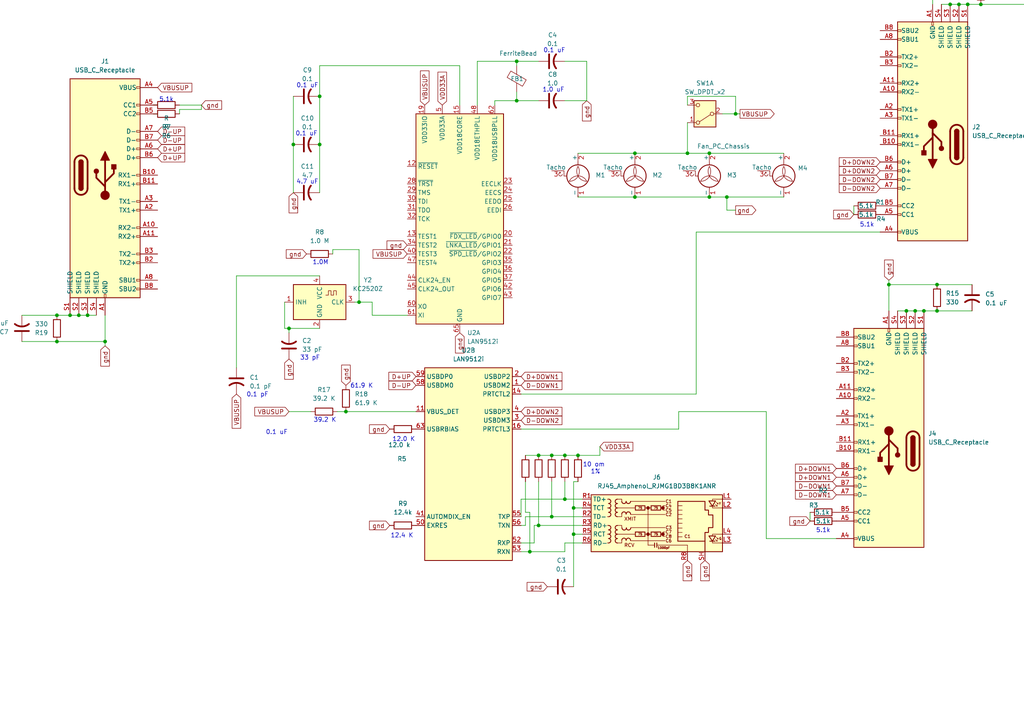
<source format=kicad_sch>
(kicad_sch (version 20250114) (generator "eeschema") (generator_version "9.0")
  (paper "A4")
  (lib_symbols
    (symbol "Connector:RJ45_Amphenol_RJMG1BD3B8K1ANR"
      (property "Reference" "J" (at 18.415 10.16 0))
      (property "Value" "RJ45_Amphenol_RJMG1BD3B8K1ANR" (at -19.05 10.16 0))
      (symbol "RJ45_Amphenol_RJMG1BD3B8K1ANR_0_0"
        (text "XMIT" (at -8.255 1.905 0) (effects (font (size 1.016 1.016)) (justify left)))
        (text "RCV" (at -8.255 -5.715 0) (effects (font (size 1.016 1.016)) (justify left)))
        (text "C1" (at 4.699 6.985 0) (effects (font (size 0.889 0.889))))
        (text "C4" (at 4.699 5.715 0) (effects (font (size 0.889 0.889))))
        (text "C5" (at 4.699 4.445 0) (effects (font (size 0.889 0.889))))
        (text "C2" (at 4.699 3.175 0) (effects (font (size 0.889 0.889))))
        (text "C3" (at 4.699 -0.635 0) (effects (font (size 0.889 0.889))))
        (text "C7" (at 4.699 -1.905 0) (effects (font (size 0.889 0.889))))
        (text "C8" (at 4.699 -3.175 0) (effects (font (size 0.889 0.889))))
        (text "C6" (at 4.699 -4.445 0) (effects (font (size 0.889 0.889))))
        (text "C1" (at 10.16 -3.175 0) (effects (font (size 0.889 0.889))))
      )
      (symbol "RJ45_Amphenol_RJMG1BD3B8K1ANR_1_0"
        (text "1000pF" (at 3.302 -6.477 0) (effects (font (size 0.635 0.635))))
      )
      (symbol "RJ45_Amphenol_RJMG1BD3B8K1ANR_1_1"
        (text "75" (at -3.556 5.08 0) (effects (font (size 0.635 0.635))))
        (text "75" (at -3.556 -2.54 0) (effects (font (size 0.635 0.635))))
        (text "75" (at 1.016 5.08 0) (effects (font (size 0.635 0.635))))
        (text "75" (at 1.016 -2.54 0) (effects (font (size 0.635 0.635))))
        (text "Y" (at 19.558 6.35 0) (effects (font (size 0.635 0.635))))
        (text "G" (at 19.685 -3.81 0) (effects (font (size 0.635 0.635))))
        (pin passive line (at -20.32 7.62 0) (length 2.54) (name "TD+") (number "R1"))
        (pin passive line (at -20.32 5.08 0) (length 2.54) (name "TCT") (number "R4"))
        (pin passive line (at -20.32 2.54 0) (length 2.54) (name "TD-") (number "R2"))
        (pin passive line (at -20.32 0 0) (length 2.54) (name "RD+") (number "R3"))
        (pin passive line (at -20.32 -2.54 0) (length 2.54) (name "RCT") (number "R5"))
        (pin passive line (at -20.32 -5.08 0) (length 2.54) (name "RD-") (number "R6"))
        (pin power_in line (at 10.16 -10.16 90) (length 2.54) (name "") (number "R8"))
        (pin passive line (at 15.24 -10.16 90) (length 2.54) (name "") (number "SH"))
        (pin no_connect line (at 20.32 0 0) (length 0) (hide yes) (name "NC") (number "R7"))
        (pin passive line (at 22.86 7.62 180) (length 2.54) (name "") (number "L1"))
        (pin passive line (at 22.86 5.08 180) (length 2.54) (name "") (number "L2"))
        (pin passive line (at 22.86 -2.54 180) (length 2.54) (name "") (number "L4"))
        (pin passive line (at 22.86 -5.08 180) (length 2.54) (name "") (number "L3"))
      )
    )
    (symbol "Device:C_US" (pin_numbers (hide yes)) (pin_names (offset 0.254) (hide yes))
      (property "Reference" "C" (at 0.635 2.54 0))
      (property "Value" "C_US" (at 0.635 -2.54 0))
      (symbol "C_US_1_1"
        (pin passive line (at 0 3.81 270) (length 2.794) (name "~") (number "1"))
        (pin passive line (at 0 -3.81 90) (length 3.302) (name "~") (number "2"))
      )
    )
    (symbol "Device:FerriteBead" (pin_numbers (hide yes)) (pin_names (offset 0))
      (property "Reference" "FB" (at -3.81 0.635 90))
      (property "Value" "FerriteBead" (at 3.81 0 90))
      (symbol "FerriteBead_1_1"
        (pin passive line (at 0 3.81 270) (length 2.54) (name "~") (number "1"))
        (pin passive line (at 0 -3.81 90) (length 2.54) (name "~") (number "2"))
      )
    )
    (symbol "Device:R" (pin_numbers (hide yes)) (pin_names (offset 0))
      (property "Reference" "R" (at 2.032 0 90))
      (property "Value" "R" (at 0 0 90))
      (symbol "R_1_1"
        (pin passive line (at 0 3.81 270) (length 1.27) (name "~") (number "1"))
        (pin passive line (at 0 -3.81 90) (length 1.27) (name "~") (number "2"))
      )
    )
    (symbol "Interface_Ethernet:LAN9512i"
      (property "Reference" "U" (at -15.24 31.75 0))
      (property "Value" "LAN9512i" (at 15.24 31.75 0))
      (symbol "LAN9512i_1_1"
        (pin input line (at -15.24 15.24 0) (length 2.54) (name "~{RESET}") (number "12"))
        (pin input line (at -15.24 10.16 0) (length 2.54) (name "~{TRST}") (number "28"))
        (pin input line (at -15.24 7.62 0) (length 2.54) (name "TMS") (number "29"))
        (pin input line (at -15.24 5.08 0) (length 2.54) (name "TDI") (number "30"))
        (pin output line (at -15.24 2.54 0) (length 2.54) (name "TDO") (number "31"))
        (pin input line (at -15.24 0 0) (length 2.54) (name "TCK") (number "32"))
        (pin input line (at -15.24 -5.08 0) (length 2.54) (name "TEST1") (number "13"))
        (pin input line (at -15.24 -7.62 0) (length 2.54) (name "TEST2") (number "34"))
        (pin input line (at -15.24 -10.16 0) (length 2.54) (name "TEST3") (number "40"))
        (pin input line (at -15.24 -12.7 0) (length 2.54) (name "TEST4") (number "47"))
        (pin input line (at -15.24 -17.78 0) (length 2.54) (name "CLK24_EN") (number "44"))
        (pin output line (at -15.24 -20.32 0) (length 2.54) (name "CLK24_OUT") (number "45"))
        (pin input line (at -15.24 -25.4 0) (length 2.54) (name "XO") (number "60"))
        (pin input line (at -15.24 -27.94 0) (length 2.54) (name "XI") (number "61"))
        (pin power_in line (at -10.16 33.02 270) (length 2.54) (name "VDD33IO") (number "19"))
        (pin passive line (at -10.16 33.02 270) (length 2.54) (hide yes) (name "VDD33IO") (number "27"))
        (pin passive line (at -10.16 33.02 270) (length 2.54) (hide yes) (name "VDD33IO") (number "33"))
        (pin passive line (at -10.16 33.02 270) (length 2.54) (hide yes) (name "VDD33IO") (number "39"))
        (pin passive line (at -10.16 33.02 270) (length 2.54) (hide yes) (name "VDD33IO") (number "46"))
        (pin passive line (at -5.08 33.02 270) (length 2.54) (hide yes) (name "VDD33A") (number "10"))
        (pin passive line (at -5.08 33.02 270) (length 2.54) (hide yes) (name "VDD33A") (number "49"))
        (pin power_in line (at -5.08 33.02 270) (length 2.54) (name "VDD33A") (number "5"))
        (pin passive line (at -5.08 33.02 270) (length 2.54) (hide yes) (name "VDD33A") (number "51"))
        (pin passive line (at -5.08 33.02 270) (length 2.54) (hide yes) (name "VDD33A") (number "54"))
        (pin passive line (at -5.08 33.02 270) (length 2.54) (hide yes) (name "VDD33A") (number "57"))
        (pin passive line (at -5.08 33.02 270) (length 2.54) (hide yes) (name "VDD33A") (number "64"))
        (pin power_in line (at 0 33.02 270) (length 2.54) (name "VDD18CORE") (number "15"))
        (pin passive line (at 0 33.02 270) (length 2.54) (hide yes) (name "VDD18CORE") (number "38"))
        (pin power_in line (at 0 -33.02 90) (length 2.54) (name "GND") (number "65"))
        (pin power_in line (at 5.08 33.02 270) (length 2.54) (name "VDD18ETHPLL") (number "48"))
        (pin power_in line (at 10.16 33.02 270) (length 2.54) (name "VDD18USBPLL") (number "62"))
        (pin output line (at 15.24 10.16 180) (length 2.54) (name "EECLK") (number "23"))
        (pin output line (at 15.24 7.62 180) (length 2.54) (name "EECS") (number "24"))
        (pin output line (at 15.24 5.08 180) (length 2.54) (name "EEDO") (number "25"))
        (pin input line (at 15.24 2.54 180) (length 2.54) (name "EEDI") (number "26"))
        (pin bidirectional line (at 15.24 -5.08 180) (length 2.54) (name "~{FDX_LED}/GPIO0") (number "20"))
        (pin bidirectional line (at 15.24 -7.62 180) (length 2.54) (name "~{LNKA_LED}/GPIO1") (number "21"))
        (pin bidirectional line (at 15.24 -10.16 180) (length 2.54) (name "~{SPD_LED}/GPIO2") (number "22"))
        (pin bidirectional line (at 15.24 -12.7 180) (length 2.54) (name "GPIO3") (number "35"))
        (pin bidirectional line (at 15.24 -15.24 180) (length 2.54) (name "GPIO4") (number "36"))
        (pin bidirectional line (at 15.24 -17.78 180) (length 2.54) (name "GPIO5") (number "37"))
        (pin bidirectional line (at 15.24 -20.32 180) (length 2.54) (name "GPIO6") (number "42"))
        (pin bidirectional line (at 15.24 -22.86 180) (length 2.54) (name "GPIO7") (number "43"))
      )
      (symbol "LAN9512i_2_1"
        (pin bidirectional line (at -15.24 25.4 0) (length 2.54) (name "USBDP0") (number "59"))
        (pin bidirectional line (at -15.24 22.86 0) (length 2.54) (name "USBDM0") (number "58"))
        (pin input line (at -15.24 15.24 0) (length 2.54) (name "VBUS_DET") (number "11"))
        (pin input line (at -15.24 10.16 0) (length 2.54) (name "USBRBIAS") (number "63"))
        (pin input line (at -15.24 -15.24 0) (length 2.54) (name "AUTOMDIX_EN") (number "41"))
        (pin input line (at -15.24 -17.78 0) (length 2.54) (name "EXRES") (number "50"))
        (pin no_connect line (at 12.7 5.08 180) (length 2.54) (hide yes) (name "NC") (number "7"))
        (pin no_connect line (at 12.7 2.54 180) (length 2.54) (hide yes) (name "NC") (number "6"))
        (pin no_connect line (at 12.7 0 180) (length 2.54) (hide yes) (name "NC") (number "17"))
        (pin no_connect line (at 12.7 -5.08 180) (length 2.54) (hide yes) (name "NC") (number "9"))
        (pin no_connect line (at 12.7 -7.62 180) (length 2.54) (hide yes) (name "NC") (number "8"))
        (pin no_connect line (at 12.7 -10.16 180) (length 2.54) (hide yes) (name "NC") (number "18"))
        (pin bidirectional line (at 15.24 25.4 180) (length 2.54) (name "USBDP2") (number "2"))
        (pin bidirectional line (at 15.24 22.86 180) (length 2.54) (name "USBDM2") (number "1"))
        (pin bidirectional line (at 15.24 20.32 180) (length 2.54) (name "PRTCTL2") (number "14"))
        (pin bidirectional line (at 15.24 15.24 180) (length 2.54) (name "USBDP3") (number "4"))
        (pin bidirectional line (at 15.24 12.7 180) (length 2.54) (name "USBDM3") (number "3"))
        (pin bidirectional line (at 15.24 10.16 180) (length 2.54) (name "PRTCTL3") (number "16"))
        (pin output line (at 15.24 -15.24 180) (length 2.54) (name "TXP") (number "55"))
        (pin output line (at 15.24 -17.78 180) (length 2.54) (name "TXN") (number "56"))
        (pin input line (at 15.24 -22.86 180) (length 2.54) (name "RXP") (number "52"))
        (pin input line (at 15.24 -25.4 180) (length 2.54) (name "RXN") (number "53"))
      )
    )
    (symbol "MINE:USB_C_Receptacle" (pin_names (offset 1.016))
      (property "Reference" "J" (at -10.16 29.21 0))
      (property "Value" "USB_C_Receptacle" (at 10.16 29.21 0))
      (symbol "USB_C_Receptacle_1_1"
        (pin passive line (at -10.16 -40.64 90) (length 5.08) (name "SHIELD") (number "S1"))
        (pin passive line (at -7.62 -40.64 90) (length 5.08) (name "SHIELD") (number "S2"))
        (pin passive line (at -5.08 -40.64 90) (length 5.08) (name "SHIELD") (number "S3"))
        (pin passive line (at -2.54 -40.64 90) (length 5.08) (name "SHIELD") (number "S4"))
        (pin passive line (at 0 -40.64 90) (length 5.08) (name "GND") (number "A1"))
        (pin passive line (at 0 -40.64 90) (length 5.08) (hide yes) (name "GND") (number "A12"))
        (pin passive line (at 0 -40.64 90) (length 5.08) (hide yes) (name "GND") (number "B1"))
        (pin passive line (at 0 -40.64 90) (length 5.08) (hide yes) (name "GND") (number "B12"))
        (pin passive line (at 15.24 25.4 180) (length 5.08) (name "VBUS") (number "A4"))
        (pin passive line (at 15.24 25.4 180) (length 5.08) (hide yes) (name "VBUS") (number "A9"))
        (pin passive line (at 15.24 25.4 180) (length 5.08) (hide yes) (name "VBUS") (number "B4"))
        (pin passive line (at 15.24 25.4 180) (length 5.08) (hide yes) (name "VBUS") (number "B9"))
        (pin bidirectional line (at 15.24 20.32 180) (length 5.08) (name "CC1") (number "A5"))
        (pin bidirectional line (at 15.24 17.78 180) (length 5.08) (name "CC2") (number "B5"))
        (pin bidirectional line (at 15.24 12.7 180) (length 5.08) (name "D-") (number "A7"))
        (pin bidirectional line (at 15.24 10.16 180) (length 5.08) (name "D-") (number "B7"))
        (pin bidirectional line (at 15.24 7.62 180) (length 5.08) (name "D+") (number "A6"))
        (pin bidirectional line (at 15.24 5.08 180) (length 5.08) (name "D+") (number "B6"))
        (pin bidirectional line (at 15.24 0 180) (length 5.08) (name "RX1-") (number "B10"))
        (pin bidirectional line (at 15.24 -2.54 180) (length 5.08) (name "RX1+") (number "B11"))
        (pin bidirectional line (at 15.24 -7.62 180) (length 5.08) (name "TX1-") (number "A3"))
        (pin bidirectional line (at 15.24 -10.16 180) (length 5.08) (name "TX1+") (number "A2"))
        (pin bidirectional line (at 15.24 -15.24 180) (length 5.08) (name "RX2-") (number "A10"))
        (pin bidirectional line (at 15.24 -17.78 180) (length 5.08) (name "RX2+") (number "A11"))
        (pin bidirectional line (at 15.24 -22.86 180) (length 5.08) (name "TX2-") (number "B3"))
        (pin bidirectional line (at 15.24 -25.4 180) (length 5.08) (name "TX2+") (number "B2"))
        (pin bidirectional line (at 15.24 -30.48 180) (length 5.08) (name "SBU1") (number "A8"))
        (pin bidirectional line (at 15.24 -33.02 180) (length 5.08) (name "SBU2") (number "B8"))
      )
    )
    (symbol "Motor:Fan_PC_Chassis" (pin_names (offset 0))
      (property "Reference" "M" (at 2.54 2.54 0))
      (property "Value" "Fan_PC_Chassis" (at 2.54 -5.08 0))
      (symbol "Fan_PC_Chassis_1_1"
        (pin passive line (at -7.62 0 0) (length 2.54) (name "Tacho") (number "3"))
        (pin passive line (at 0 5.08 270) (length 2.54) (name "+") (number "2"))
        (pin passive line (at 0 -7.62 90) (length 2.54) (name "-") (number "1"))
      )
    )
    (symbol "Oscillator:KC2520Z"
      (property "Reference" "Y" (at 2.54 12.7 0))
      (property "Value" "KC2520Z" (at 6.35 10.16 0))
      (symbol "KC2520Z_1_1"
        (pin input line (at -10.16 0 0) (length 2.54) (name "INH") (number "1"))
        (pin power_in line (at 0 7.62 270) (length 2.54) (name "VCC") (number "4"))
        (pin power_in line (at 0 -7.62 90) (length 2.54) (name "GND") (number "2"))
        (pin output line (at 10.16 0 180) (length 2.54) (name "CLK") (number "3"))
      )
    )
    (symbol "ScottoKeebs:Placeholder_Resistor" (pin_numbers (hide yes)) (pin_names (offset 0))
      (property "Reference" "R" (at 0 2.032 0))
      (property "Value" "Resistor" (at 0 -2.54 0))
      (symbol "Placeholder_Resistor_1_1"
        (pin passive line (at -3.81 0 0) (length 1.27) (name "~") (number "1"))
        (pin passive line (at 3.81 0 180) (length 1.27) (name "~") (number "2"))
      )
    )
    (symbol "Switch:SW_DPDT_x2" (pin_names (offset 0) (hide yes))
      (property "Reference" "SW" (at 0 5.08 0))
      (property "Value" "SW_DPDT_x2" (at 0 -5.08 0))
      (symbol "SW_DPDT_x2_1_1"
        (pin passive line (at -5.08 0 0) (length 2.54) (name "B") (number "2"))
        (pin passive line (at 5.08 2.54 180) (length 2.54) (name "A") (number "1"))
        (pin passive line (at 5.08 -2.54 180) (length 2.54) (name "C") (number "3"))
      )
      (symbol "SW_DPDT_x2_2_1"
        (pin passive line (at -5.08 0 0) (length 2.54) (name "B") (number "5"))
        (pin passive line (at 5.08 2.54 180) (length 2.54) (name "A") (number "4"))
        (pin passive line (at 5.08 -2.54 180) (length 2.54) (name "C") (number "6"))
      )
    )
  )
  (text "0.1 uF\n" (at 80.264 125.476 0) (effects (font (size 1.27 1.27))))
  (text "61.9 K" (at 104.902 112.014 0) (effects (font (size 1.27 1.27))))
  (text "33 pF" (at 89.916 103.886 0) (effects (font (size 1.27 1.27))))
  (text "5.1k" (at 251.46 65.278 0) (effects (font (size 1.27 1.27))))
  (text "5.1k" (at 238.76 153.924 0) (effects (font (size 1.27 1.27))))
  (text "0.1 pF" (at 74.676 114.554 0) (effects (font (size 1.27 1.27))))
  (text "10 om \n1%\n" (at 172.72 135.89 0) (effects (font (size 1.27 1.27))))
  (text "12.4 K" (at 116.586 155.448 0) (effects (font (size 1.27 1.27))))
  (text "0.1 uF\n" (at 160.782 14.732 0) (effects (font (size 1.27 1.27))))
  (text "39.2 K" (at 94.234 121.92 0) (effects (font (size 1.27 1.27))))
  (text "0.1 uF\n" (at 88.9 38.862 0) (effects (font (size 1.27 1.27))))
  (text "4.7 uF" (at 89.154 52.832 0) (effects (font (size 1.27 1.27))))
  (text "5.1k" (at 48.26 28.956 0) (effects (font (size 1.27 1.27))))
  (text "12.0 K" (at 117.094 127.508 0) (effects (font (size 1.27 1.27))))
  (text "0.1 uF\n" (at 89.154 24.892 0) (effects (font (size 1.27 1.27))))
  (text "1.0 uF\n" (at 160.528 26.162 0) (effects (font (size 1.27 1.27))))
  (text "1.0M" (at 92.964 76.2 0) (effects (font (size 1.27 1.27))))
  (junction (at 213.36 33.02))
  (junction (at 156.21 152.4))
  (junction (at 275.59 1.27))
  (junction (at 257.81 82.55))
  (junction (at 184.15 57.15))
  (junction (at 284.48 1.27))
  (junction (at 92.71 27.94))
  (junction (at 25.4 91.44))
  (junction (at 184.15 44.45))
  (junction (at 167.64 132.08))
  (junction (at 16.51 99.06))
  (junction (at 210.82 57.15))
  (junction (at 22.86 91.44))
  (junction (at 284.48 -6.35))
  (junction (at 280.67 1.27))
  (junction (at 16.51 91.44))
  (junction (at 166.37 147.32))
  (junction (at 104.14 87.63))
  (junction (at 271.78 82.55))
  (junction (at 30.48 99.06))
  (junction (at 163.83 132.08))
  (junction (at 100.33 119.38))
  (junction (at 205.74 44.45))
  (junction (at 149.86 29.21))
  (junction (at 20.32 91.44))
  (junction (at 160.02 149.86))
  (junction (at 153.67 160.02))
  (junction (at 92.71 41.91))
  (junction (at 83.82 95.25))
  (junction (at 160.02 132.08))
  (junction (at 270.51 -6.35))
  (junction (at 166.37 154.94))
  (junction (at 149.86 17.78))
  (junction (at 156.21 132.08))
  (junction (at 265.43 90.17))
  (junction (at 278.13 1.27))
  (junction (at 271.78 90.17))
  (junction (at 163.83 144.78))
  (junction (at 199.39 44.45))
  (junction (at 205.74 57.15))
  (junction (at 262.89 90.17))
  (junction (at 85.09 41.91))
  (junction (at 267.97 90.17))
  (wire (pts (xy 149.86 26.67) (xy 149.86 29.21)))
  (wire (pts (xy 44.45 30.48) (xy 45.72 30.48)))
  (wire (pts (xy 160.02 139.7) (xy 160.02 149.86)))
  (wire (pts (xy 166.37 154.94) (xy 166.37 170.18)))
  (wire (pts (xy 156.21 132.08) (xy 160.02 132.08)))
  (wire (pts (xy 167.64 139.7) (xy 166.37 139.7)))
  (wire (pts (xy 163.83 132.08) (xy 167.64 132.08)))
  (wire (pts (xy 166.37 147.32) (xy 168.91 147.32)))
  (wire (pts (xy 152.4 148.59) (xy 153.67 148.59)))
  (wire (pts (xy 214.63 33.02) (xy 213.36 33.02)))
  (wire (pts (xy 163.83 157.48) (xy 163.83 160.02)))
  (wire (pts (xy 58.42 31.75) (xy 58.42 30.48)))
  (wire (pts (xy 58.42 31.75) (xy 52.07 31.75)))
  (wire (pts (xy 151.13 144.78) (xy 151.13 149.86)))
  (wire (pts (xy 16.51 91.44) (xy 6.35 91.44)))
  (wire (pts (xy 210.82 60.96) (xy 213.36 60.96)))
  (wire (pts (xy 83.82 119.38) (xy 90.17 119.38)))
  (wire (pts (xy 257.81 82.55) (xy 257.81 90.17)))
  (wire (pts (xy 143.51 29.21) (xy 149.86 29.21)))
  (wire (pts (xy 152.4 152.4) (xy 151.13 152.4)))
  (wire (pts (xy 205.74 44.45) (xy 199.39 44.45)))
  (wire (pts (xy 247.65 59.69) (xy 247.65 62.23)))
  (wire (pts (xy 184.15 44.45) (xy 199.39 44.45)))
  (wire (pts (xy 284.48 -6.35) (xy 270.51 -6.35)))
  (wire (pts (xy 271.78 82.55) (xy 257.81 82.55)))
  (wire (pts (xy 30.48 100.33) (xy 30.48 99.06)))
  (wire (pts (xy 163.83 160.02) (xy 153.67 160.02)))
  (wire (pts (xy 270.51 -6.35) (xy 270.51 1.27)))
  (wire (pts (xy 278.13 1.27) (xy 280.67 1.27)))
  (wire (pts (xy 16.51 99.06) (xy 6.35 99.06)))
  (wire (pts (xy 163.83 144.78) (xy 151.13 144.78)))
  (wire (pts (xy 133.35 30.48) (xy 133.35 19.05)))
  (wire (pts (xy 201.93 114.3) (xy 201.93 67.31)))
  (wire (pts (xy 222.25 119.38) (xy 222.25 156.21)))
  (wire (pts (xy 152.4 149.86) (xy 152.4 152.4)))
  (wire (pts (xy 168.91 157.48) (xy 163.83 157.48)))
  (wire (pts (xy 85.09 27.94) (xy 85.09 41.91)))
  (wire (pts (xy 92.71 41.91) (xy 92.71 55.88)))
  (wire (pts (xy 25.4 91.44) (xy 27.94 91.44)))
  (wire (pts (xy 201.93 67.31) (xy 255.27 67.31)))
  (wire (pts (xy 210.82 57.15) (xy 210.82 60.96)))
  (wire (pts (xy 168.91 152.4) (xy 156.21 152.4)))
  (wire (pts (xy 205.74 57.15) (xy 210.82 57.15)))
  (wire (pts (xy 16.51 99.06) (xy 30.48 99.06)))
  (wire (pts (xy 205.74 44.45) (xy 227.33 44.45)))
  (wire (pts (xy 68.58 80.01) (xy 92.71 80.01)))
  (wire (pts (xy 271.78 90.17) (xy 281.94 90.17)))
  (wire (pts (xy 167.64 44.45) (xy 184.15 44.45)))
  (wire (pts (xy 82.55 95.25) (xy 83.82 95.25)))
  (wire (pts (xy 102.87 87.63) (xy 104.14 87.63)))
  (wire (pts (xy 167.64 57.15) (xy 184.15 57.15)))
  (wire (pts (xy 153.67 148.59) (xy 153.67 160.02)))
  (wire (pts (xy 83.82 95.25) (xy 83.82 96.52)))
  (wire (pts (xy 151.13 124.46) (xy 196.85 124.46)))
  (wire (pts (xy 275.59 1.27) (xy 278.13 1.27)))
  (wire (pts (xy 257.81 81.28) (xy 257.81 82.55)))
  (wire (pts (xy 58.42 30.48) (xy 52.07 30.48)))
  (wire (pts (xy 163.83 139.7) (xy 163.83 144.78)))
  (wire (pts (xy 156.21 152.4) (xy 154.94 152.4)))
  (wire (pts (xy 166.37 147.32) (xy 166.37 154.94)))
  (wire (pts (xy 199.39 27.94) (xy 213.36 27.94)))
  (wire (pts (xy 163.83 17.78) (xy 170.18 17.78)))
  (wire (pts (xy 167.64 132.08) (xy 173.99 132.08)))
  (wire (pts (xy 104.14 72.39) (xy 96.52 72.39)))
  (wire (pts (xy 143.51 30.48) (xy 143.51 29.21)))
  (wire (pts (xy 92.71 27.94) (xy 92.71 41.91)))
  (wire (pts (xy 104.14 87.63) (xy 107.95 87.63)))
  (wire (pts (xy 160.02 132.08) (xy 163.83 132.08)))
  (wire (pts (xy 170.18 29.21) (xy 163.83 29.21)))
  (wire (pts (xy 149.86 17.78) (xy 149.86 19.05)))
  (wire (pts (xy 170.18 17.78) (xy 170.18 29.21)))
  (wire (pts (xy 213.36 33.02) (xy 209.55 33.02)))
  (wire (pts (xy 20.32 91.44) (xy 22.86 91.44)))
  (wire (pts (xy 152.4 132.08) (xy 156.21 132.08)))
  (wire (pts (xy 222.25 156.21) (xy 242.57 156.21)))
  (wire (pts (xy 22.86 91.44) (xy 25.4 91.44)))
  (wire (pts (xy 149.86 17.78) (xy 156.21 17.78)))
  (wire (pts (xy 156.21 139.7) (xy 156.21 152.4)))
  (wire (pts (xy 284.48 -6.35) (xy 298.45 -6.35)))
  (wire (pts (xy 196.85 124.46) (xy 196.85 119.38)))
  (wire (pts (xy 52.07 31.75) (xy 52.07 33.02)))
  (wire (pts (xy 20.32 91.44) (xy 16.51 91.44)))
  (wire (pts (xy 168.91 144.78) (xy 163.83 144.78)))
  (wire (pts (xy 262.89 90.17) (xy 265.43 90.17)))
  (wire (pts (xy 107.95 91.44) (xy 118.11 91.44)))
  (wire (pts (xy 196.85 119.38) (xy 222.25 119.38)))
  (wire (pts (xy 138.43 30.48) (xy 138.43 17.78)))
  (wire (pts (xy 82.55 87.63) (xy 82.55 95.25)))
  (wire (pts (xy 265.43 90.17) (xy 267.97 90.17)))
  (wire (pts (xy 92.71 19.05) (xy 92.71 27.94)))
  (wire (pts (xy 267.97 90.17) (xy 271.78 90.17)))
  (wire (pts (xy 168.91 154.94) (xy 166.37 154.94)))
  (wire (pts (xy 199.39 35.56) (xy 199.39 44.45)))
  (wire (pts (xy 151.13 114.3) (xy 201.93 114.3)))
  (wire (pts (xy 184.15 57.15) (xy 205.74 57.15)))
  (wire (pts (xy 273.05 1.27) (xy 275.59 1.27)))
  (wire (pts (xy 227.33 57.15) (xy 210.82 57.15)))
  (wire (pts (xy 152.4 139.7) (xy 152.4 148.59)))
  (wire (pts (xy 30.48 99.06) (xy 30.48 91.44)))
  (wire (pts (xy 234.95 148.59) (xy 234.95 151.13)))
  (wire (pts (xy 85.09 41.91) (xy 85.09 55.88)))
  (wire (pts (xy 270.51 -7.62) (xy 270.51 -6.35)))
  (wire (pts (xy 154.94 152.4) (xy 154.94 157.48)))
  (wire (pts (xy 199.39 30.48) (xy 199.39 27.94)))
  (wire (pts (xy 166.37 139.7) (xy 166.37 147.32)))
  (wire (pts (xy 97.79 119.38) (xy 100.33 119.38)))
  (wire (pts (xy 68.58 106.68) (xy 68.58 80.01)))
  (wire (pts (xy 44.45 33.02) (xy 45.72 33.02)))
  (wire (pts (xy 154.94 157.48) (xy 151.13 157.48)))
  (wire (pts (xy 104.14 87.63) (xy 104.14 72.39)))
  (wire (pts (xy 260.35 90.17) (xy 262.89 90.17)))
  (wire (pts (xy 213.36 27.94) (xy 213.36 33.02)))
  (wire (pts (xy 107.95 87.63) (xy 107.95 91.44)))
  (wire (pts (xy 133.35 19.05) (xy 92.71 19.05)))
  (wire (pts (xy 149.86 29.21) (xy 156.21 29.21)))
  (wire (pts (xy 160.02 149.86) (xy 152.4 149.86)))
  (wire (pts (xy 153.67 160.02) (xy 151.13 160.02)))
  (wire (pts (xy 173.99 132.08) (xy 173.99 129.54)))
  (wire (pts (xy 96.52 72.39) (xy 96.52 73.66)))
  (wire (pts (xy 100.33 119.38) (xy 120.65 119.38)))
  (wire (pts (xy 284.48 1.27) (xy 298.45 1.27)))
  (wire (pts (xy 271.78 82.55) (xy 281.94 82.55)))
  (wire (pts (xy 168.91 149.86) (xy 160.02 149.86)))
  (wire (pts (xy 92.71 95.25) (xy 83.82 95.25)))
  (wire (pts (xy 280.67 1.27) (xy 284.48 1.27)))
  (wire (pts (xy 138.43 17.78) (xy 149.86 17.78)))
  (global_label "VBUSUP" (shape input) (at 68.58 114.3 270) (property "Intersheetrefs" "${INTERSHEET_REFS}" (effects (hide yes))))
  (global_label "D+UP" (shape input) (at 45.72 43.18 0) (property "Intersheetrefs" "${INTERSHEET_REFS}" (effects (hide yes))))
  (global_label "VBUSUP" (shape output) (at 214.63 33.02 0) (property "Intersheetrefs" "${INTERSHEET_REFS}" (effects (hide yes))))
  (global_label "gnd" (shape input) (at 85.09 55.88 270) (property "Intersheetrefs" "${INTERSHEET_REFS}" (effects (hide yes))))
  (global_label "gnd" (shape input) (at 204.47 162.56 270) (property "Intersheetrefs" "${INTERSHEET_REFS}" (effects (hide yes))))
  (global_label "gnd" (shape input) (at 113.03 152.4 180) (property "Intersheetrefs" "${INTERSHEET_REFS}" (effects (hide yes))))
  (global_label "gnd" (shape input) (at 270.51 -7.62 90) (property "Intersheetrefs" "${INTERSHEET_REFS}" (effects (hide yes))))
  (global_label "VDD33A" (shape input) (at 173.99 129.54 0) (property "Intersheetrefs" "${INTERSHEET_REFS}" (effects (hide yes))))
  (global_label "gnd" (shape input) (at 133.35 96.52 270) (property "Intersheetrefs" "${INTERSHEET_REFS}" (effects (hide yes))))
  (global_label "VBUSUP" (shape input) (at 83.82 119.38 180) (property "Intersheetrefs" "${INTERSHEET_REFS}" (effects (hide yes))))
  (global_label "D-DOWN1" (shape input) (at 242.57 143.51 180) (property "Intersheetrefs" "${INTERSHEET_REFS}" (effects (hide yes))))
  (global_label "D-DOWN2" (shape input) (at 255.27 54.61 180) (property "Intersheetrefs" "${INTERSHEET_REFS}" (effects (hide yes))))
  (global_label "gnd" (shape output) (at 213.36 60.96 0) (property "Intersheetrefs" "${INTERSHEET_REFS}" (effects (hide yes))))
  (global_label "D+UP" (shape input) (at 45.72 45.72 0) (property "Intersheetrefs" "${INTERSHEET_REFS}" (effects (hide yes))))
  (global_label "gnd" (shape input) (at 257.81 81.28 90) (property "Intersheetrefs" "${INTERSHEET_REFS}" (effects (hide yes))))
  (global_label "gnd" (shape input) (at 118.11 71.12 180) (property "Intersheetrefs" "${INTERSHEET_REFS}" (effects (hide yes))))
  (global_label "D+DOWN1" (shape input) (at 242.57 135.89 180) (property "Intersheetrefs" "${INTERSHEET_REFS}" (effects (hide yes))))
  (global_label "D+DOWN2" (shape input) (at 151.13 119.38 0) (property "Intersheetrefs" "${INTERSHEET_REFS}" (effects (hide yes))))
  (global_label "D+DOWN2" (shape input) (at 255.27 49.53 180) (property "Intersheetrefs" "${INTERSHEET_REFS}" (effects (hide yes))))
  (global_label "D+DOWN2" (shape input) (at 255.27 46.99 180) (property "Intersheetrefs" "${INTERSHEET_REFS}" (effects (hide yes))))
  (global_label "VBUSUP" (shape input) (at 118.11 73.66 180) (property "Intersheetrefs" "${INTERSHEET_REFS}" (effects (hide yes))))
  (global_label "D-UP" (shape input) (at 45.72 40.64 0) (property "Intersheetrefs" "${INTERSHEET_REFS}" (effects (hide yes))))
  (global_label "gnd" (shape input) (at 234.95 151.13 180) (property "Intersheetrefs" "${INTERSHEET_REFS}" (effects (hide yes))))
  (global_label "gnd" (shape input) (at 170.18 29.21 270) (property "Intersheetrefs" "${INTERSHEET_REFS}" (effects (hide yes))))
  (global_label "D+UP" (shape input) (at 120.65 109.22 180) (property "Intersheetrefs" "${INTERSHEET_REFS}" (effects (hide yes))))
  (global_label "D-DOWN2" (shape input) (at 151.13 121.92 0) (property "Intersheetrefs" "${INTERSHEET_REFS}" (effects (hide yes))))
  (global_label "gnd" (shape input) (at 83.82 104.14 270) (property "Intersheetrefs" "${INTERSHEET_REFS}" (effects (hide yes))))
  (global_label "gnd" (shape input) (at 113.03 124.46 180) (property "Intersheetrefs" "${INTERSHEET_REFS}" (effects (hide yes))))
  (global_label "gnd" (shape input) (at 199.39 162.56 270) (property "Intersheetrefs" "${INTERSHEET_REFS}" (effects (hide yes))))
  (global_label "VDD33A" (shape input) (at 128.27 30.48 90) (property "Intersheetrefs" "${INTERSHEET_REFS}" (effects (hide yes))))
  (global_label "gnd" (shape input) (at 30.48 100.33 270) (property "Intersheetrefs" "${INTERSHEET_REFS}" (effects (hide yes))))
  (global_label "gnd" (shape input) (at 247.65 62.23 180) (property "Intersheetrefs" "${INTERSHEET_REFS}" (effects (hide yes))))
  (global_label "D-DOWN1" (shape input) (at 242.57 140.97 180) (property "Intersheetrefs" "${INTERSHEET_REFS}" (effects (hide yes))))
  (global_label "D+DOWN1" (shape input) (at 242.57 138.43 180) (property "Intersheetrefs" "${INTERSHEET_REFS}" (effects (hide yes))))
  (global_label "D-UP" (shape input) (at 45.72 38.1 0) (property "Intersheetrefs" "${INTERSHEET_REFS}" (effects (hide yes))))
  (global_label "D+DOWN1" (shape input) (at 151.13 109.22 0) (property "Intersheetrefs" "${INTERSHEET_REFS}" (effects (hide yes))))
  (global_label "gnd" (shape input) (at 58.42 30.48 0) (property "Intersheetrefs" "${INTERSHEET_REFS}" (effects (hide yes))))
  (global_label "VBUSUP" (shape input) (at 123.19 30.48 90) (property "Intersheetrefs" "${INTERSHEET_REFS}" (effects (hide yes))))
  (global_label "D-DOWN2" (shape input) (at 255.27 52.07 180) (property "Intersheetrefs" "${INTERSHEET_REFS}" (effects (hide yes))))
  (global_label "D-UP" (shape input) (at 120.65 111.76 180) (property "Intersheetrefs" "${INTERSHEET_REFS}" (effects (hide yes))))
  (global_label "gnd" (shape input) (at 100.33 111.76 90) (property "Intersheetrefs" "${INTERSHEET_REFS}" (effects (hide yes))))
  (global_label "D-DOWN1" (shape input) (at 151.13 111.76 0) (property "Intersheetrefs" "${INTERSHEET_REFS}" (effects (hide yes))))
  (global_label "gnd" (shape input) (at 158.75 170.18 180) (property "Intersheetrefs" "${INTERSHEET_REFS}" (effects (hide yes))))
  (global_label "VBUSUP" (shape input) (at 45.72 25.4 0) (property "Intersheetrefs" "${INTERSHEET_REFS}" (effects (hide yes))))
  (global_label "gnd" (shape input) (at 88.9 73.66 180) (property "Intersheetrefs" "${INTERSHEET_REFS}" (effects (hide yes))))
  (symbol (lib_id "Interface_Ethernet:LAN9512i") (at 133.35 63.5 0) (unit 1)
    (property "Reference" "U2" (at 135.4933 96.52 0) (effects (justify left)))
    (property "Value" "LAN9512i" (at 135.4933 99.06 0) (effects (justify left)))
    (property "Footprint" "Package_DFN_QFN:QFN-64-1EP_9x9mm_P0.5mm_EP7.3x7.3mm" (effects (hide yes)))
    (property "Datasheet" "http://ww1.microchip.com/downloads/en/DeviceDoc/00002304A.pdf" (effects (hide yes)))
    (property "Description" "Two USB 2.0 hub with an integrated 10/100 Ethernet controller (-40° to 85°C), QFN-48" (effects (hide yes)))
  )
  (symbol (lib_id "Interface_Ethernet:LAN9512i") (at 135.89 134.62 0) (unit 2)
    (property "Reference" "U2" (at 135.89 101.6 0))
    (property "Value" "LAN9512i" (at 135.89 104.14 0))
    (property "Footprint" "Package_DFN_QFN:QFN-64-1EP_9x9mm_P0.5mm_EP7.3x7.3mm" (effects (hide yes)))
    (property "Datasheet" "http://ww1.microchip.com/downloads/en/DeviceDoc/00002304A.pdf" (effects (hide yes)))
    (property "Description" "Two USB 2.0 hub with an integrated 10/100 Ethernet controller (-40° to 85°C), QFN-48" (effects (hide yes)))
  )
  (symbol (lib_id "ScottoKeebs:Placeholder_Resistor") (at 100.33 115.57 270) (unit 1)
    (property "Reference" "R18" (at 102.87 114.2999 90) (effects (justify left)))
    (property "Value" "61.9 K" (at 102.87 116.8399 90) (effects (justify left)))
    (property "Footprint" "Resistor_SMD:R_0201_0603Metric" (effects (hide yes)))
    (property "Description" "Resistor" (effects (hide yes)))
  )
  (symbol (lib_id "Motor:Fan_PC_Chassis") (at 227.33 49.53 0) (unit 1)
    (property "Reference" "M4" (at 231.394 48.768 0) (effects (justify left)))
    (property "Value" "Fan_PC_Chassis" (effects (hide yes)))
    (property "Footprint" "Connector:FanPinHeader_1x03_P2.54mm_Vertical" (effects (hide yes)))
    (property "Datasheet" "http://www.hardwarecanucks.com/forum/attachments/new-builds/16287d1330775095-help-chassis-power-fan-connectors-motherboard-asus_p8z68.jpg" (effects (hide yes)))
    (property "Description" "PC chassis fan, tacho output, 3-pin connector" (effects (hide yes)))
  )
  (symbol (lib_id "MINE:USB_C_Receptacle") (at 30.48 50.8 0) (unit 1)
    (property "Reference" "J1" (at 30.48 17.78 0))
    (property "Value" "USB_C_Receptacle" (at 30.48 20.32 0))
    (property "Footprint" "footprintsweeeeee:12401826_AMP" (effects (hide yes)))
    (property "Datasheet" "https://www.usb.org/sites/default/files/documents/usb_type-c.zip" (effects (hide yes)))
    (property "Description" "USB Full-Featured Type-C Receptacle connector" (effects (hide yes)))
  )
  (symbol (lib_id "Device:R") (at 284.48 -2.54 180) (unit 1)
    (property "Reference" "R16" (at 287.02 -3.8101 0) (effects (justify right)))
    (property "Value" "0.1 uF" (at 303.022 -1.016 0) (effects (justify right)))
    (property "Footprint" "Resistor_SMD:R_0201_0603Metric" (effects (hide yes)))
    (property "Description" "Resistor" (effects (hide yes)))
  )
  (symbol (lib_id "Device:R") (at 251.46 59.69 90) (unit 1)
    (property "Reference" "R1" (at 255.27 58.674 90))
    (property "Value" "5.1k" (at 251.206 59.69 90))
    (property "Footprint" "Resistor_SMD:R_0201_0603Metric" (effects (hide yes)))
    (property "Description" "Resistor" (effects (hide yes)))
  )
  (symbol (lib_id "Device:R") (at 238.76 151.13 90) (unit 1)
    (property "Reference" "R3" (at 235.966 146.558 90))
    (property "Value" "5.1k" (at 238.76 151.13 90))
    (property "Footprint" "Resistor_SMD:R_0201_0603Metric" (effects (hide yes)))
    (property "Description" "Resistor" (effects (hide yes)))
  )
  (symbol (lib_id "Device:R") (at 48.26 33.02 270) (unit 1)
    (property "Reference" "R6" (at 48.26 39.37 90))
    (property "Value" "R" (at 48.26 36.83 90))
    (property "Footprint" "Resistor_SMD:R_0201_0603Metric" (effects (hide yes)))
    (property "Description" "Resistor" (effects (hide yes)))
  )
  (symbol (lib_id "Device:R") (at 48.26 30.48 270) (unit 1)
    (property "Reference" "R7" (at 48.26 36.83 90))
    (property "Value" "R" (at 48.26 34.29 90))
    (property "Footprint" "Resistor_SMD:R_0201_0603Metric" (effects (hide yes)))
    (property "Description" "Resistor" (effects (hide yes)))
  )
  (symbol (lib_id "Device:C_US") (at 160.02 29.21 90) (unit 1)
    (property "Reference" "C8" (at 160.274 21.59 90))
    (property "Value" "1.0" (at 160.274 24.13 90))
    (property "Footprint" "Capacitor_SMD:C_0201_0603Metric" (effects (hide yes)))
    (property "Description" "capacitor, US symbol" (effects (hide yes)))
  )
  (symbol (lib_id "Device:R") (at 116.84 124.46 90) (unit 1)
    (property "Reference" "R5" (at 116.586 133.096 90))
    (property "Value" "12.0 k" (at 115.824 129.032 90))
    (property "Footprint" "Resistor_SMD:R_0201_0603Metric" (effects (hide yes)))
    (property "Description" "Resistor" (effects (hide yes)))
  )
  (symbol (lib_id "Device:C_US") (at 88.9 55.88 90) (unit 1)
    (property "Reference" "C11" (at 89.154 48.26 90))
    (property "Value" "4.7" (at 89.154 50.8 90))
    (property "Footprint" "Capacitor_SMD:C_0201_0603Metric" (effects (hide yes)))
    (property "Description" "capacitor, US symbol" (effects (hide yes)))
  )
  (symbol (lib_id "Device:C_US") (at 88.9 27.94 90) (unit 1)
    (property "Reference" "C9" (at 89.154 20.32 90))
    (property "Value" "0.1" (at 89.154 22.86 90))
    (property "Footprint" "Capacitor_SMD:C_0201_0603Metric" (effects (hide yes)))
    (property "Description" "capacitor, US symbol" (effects (hide yes)))
  )
  (symbol (lib_id "Motor:Fan_PC_Chassis") (at 167.64 49.53 0) (unit 1)
    (property "Reference" "M1" (at 172.72 50.7999 0) (effects (justify left)))
    (property "Value" "Fan_PC_Chassis" (effects (hide yes)))
    (property "Footprint" "Connector:FanPinHeader_1x03_P2.54mm_Vertical" (effects (hide yes)))
    (property "Datasheet" "http://www.hardwarecanucks.com/forum/attachments/new-builds/16287d1330775095-help-chassis-power-fan-connectors-motherboard-asus_p8z68.jpg" (effects (hide yes)))
    (property "Description" "PC chassis fan, tacho output, 3-pin connector" (effects (hide yes)))
  )
  (symbol (lib_id "Switch:SW_DPDT_x2") (at 204.47 33.02 180) (unit 1)
    (property "Reference" "SW1" (at 204.47 24.13 0))
    (property "Value" "SW_DPDT_x2" (at 204.47 26.67 0))
    (property "Footprint" "Button_Switch_THT:SW_CK_JS202011CQN_DPDT_Straight" (effects (hide yes)))
    (property "Description" "Switch, dual pole double throw, separate symbols" (effects (hide yes)))
  )
  (symbol (lib_id "MINE:USB_C_Receptacle") (at 270.51 41.91 180) (unit 1)
    (property "Reference" "J2" (at 281.94 36.8299 0) (effects (justify right)))
    (property "Value" "USB_C_Receptacle" (at 281.94 39.3699 0) (effects (justify right)))
    (property "Footprint" "footprintsweeeeee:12401826_AMP" (effects (hide yes)))
    (property "Datasheet" "https://www.usb.org/sites/default/files/documents/usb_type-c.zip" (effects (hide yes)))
    (property "Description" "USB Full-Featured Type-C Receptacle connector" (effects (hide yes)))
  )
  (symbol (lib_id "ScottoKeebs:Placeholder_Resistor") (at 116.84 152.4 0) (unit 1)
    (property "Reference" "R9" (at 116.84 146.05 0))
    (property "Value" "12.4k" (at 116.84 148.59 0))
    (property "Footprint" "Resistor_SMD:R_0201_0603Metric" (effects (hide yes)))
    (property "Description" "Resistor" (effects (hide yes)))
  )
  (symbol (lib_id "Device:R") (at 16.51 95.25 0) (unit 1)
    (property "Reference" "R19" (at 13.97 96.5201 0) (effects (justify right)))
    (property "Value" "330" (at 13.97 93.9801 0) (effects (justify right)))
    (property "Footprint" "Resistor_SMD:R_0201_0603Metric" (effects (hide yes)))
    (property "Description" "Resistor" (effects (hide yes)))
  )
  (symbol (lib_id "Device:R") (at 271.78 86.36 180) (unit 1)
    (property "Reference" "R15" (at 274.32 85.0899 0) (effects (justify right)))
    (property "Value" "330" (at 274.32 87.6299 0) (effects (justify right)))
    (property "Footprint" "Resistor_SMD:R_0201_0603Metric" (effects (hide yes)))
    (property "Description" "Resistor" (effects (hide yes)))
  )
  (symbol (lib_id "Device:R") (at 251.46 62.23 90) (unit 1)
    (property "Reference" "R4" (at 255.524 63.5 90))
    (property "Value" "5.1k" (at 251.206 62.23 90))
    (property "Footprint" "Resistor_SMD:R_0201_0603Metric" (effects (hide yes)))
    (property "Description" "Resistor" (effects (hide yes)))
  )
  (symbol (lib_id "ScottoKeebs:Placeholder_Resistor") (at 156.21 135.89 90) (unit 1)
    (property "Reference" "R11" (effects (hide yes)))
    (property "Value" "10" (effects (hide yes)))
    (property "Footprint" "Resistor_SMD:R_0201_0603Metric" (effects (hide yes)))
    (property "Description" "Resistor" (effects (hide yes)))
  )
  (symbol (lib_id "Device:C_US") (at 68.58 110.49 0) (unit 1)
    (property "Reference" "C1" (at 72.39 109.4739 0) (effects (justify left)))
    (property "Value" "0.1 pF" (at 72.39 112.0139 0) (effects (justify left)))
    (property "Footprint" "Capacitor_SMD:C_0201_0603Metric" (effects (hide yes)))
    (property "Description" "capacitor, US symbol" (effects (hide yes)))
  )
  (symbol (lib_id "Device:C_US") (at 281.94 86.36 0) (unit 1)
    (property "Reference" "C5" (at 285.75 85.3439 0) (effects (justify left)))
    (property "Value" "0.1 uF" (at 285.75 87.8839 0) (effects (justify left)))
    (property "Footprint" "Capacitor_SMD:C_0201_0603Metric" (effects (hide yes)))
    (property "Description" "capacitor, US symbol" (effects (hide yes)))
  )
  (symbol (lib_id "MINE:USB_C_Receptacle") (at 257.81 130.81 180) (unit 1)
    (property "Reference" "J4" (at 269.24 125.7299 0) (effects (justify right)))
    (property "Value" "USB_C_Receptacle" (at 269.24 128.2699 0) (effects (justify right)))
    (property "Footprint" "footprintsweeeeee:12401826_AMP" (effects (hide yes)))
    (property "Datasheet" "https://www.usb.org/sites/default/files/documents/usb_type-c.zip" (effects (hide yes)))
    (property "Description" "USB Full-Featured Type-C Receptacle connector" (effects (hide yes)))
  )
  (symbol (lib_id "Device:R") (at 238.76 148.59 90) (unit 1)
    (property "Reference" "R2" (at 238.76 142.24 90))
    (property "Value" "5.1k" (at 238.506 148.59 90))
    (property "Footprint" "Resistor_SMD:R_0201_0603Metric" (effects (hide yes)))
    (property "Description" "Resistor" (effects (hide yes)))
  )
  (symbol (lib_id "Device:FerriteBead") (at 149.86 22.86 0) (unit 1)
    (property "Reference" "FB1" (at 148.082 22.86 0) (effects (justify left)))
    (property "Value" "FerriteBead" (at 144.78 15.494 0) (effects (justify left)))
    (property "Footprint" "Inductor_SMD:L_Ferrocore_DLG-0302" (effects (hide yes)))
    (property "Description" "Ferrite bead" (effects (hide yes)))
  )
  (symbol (lib_id "Motor:Fan_PC_Chassis") (at 205.74 49.53 0) (unit 1)
    (property "Reference" "M3" (at 210.82 50.7999 0) (effects (justify left)))
    (property "Value" "Fan_PC_Chassis" (at 202.184 42.418 0) (effects (justify left)))
    (property "Footprint" "Connector:FanPinHeader_1x03_P2.54mm_Vertical" (effects (hide yes)))
    (property "Datasheet" "http://www.hardwarecanucks.com/forum/attachments/new-builds/16287d1330775095-help-chassis-power-fan-connectors-motherboard-asus_p8z68.jpg" (effects (hide yes)))
    (property "Description" "PC chassis fan, tacho output, 3-pin connector" (effects (hide yes)))
  )
  (symbol (lib_id "Connector:RJ45_Amphenol_RJMG1BD3B8K1ANR") (at 189.23 152.4 0) (unit 1)
    (property "Reference" "J6" (at 190.5 138.43 0))
    (property "Value" "RJ45_Amphenol_RJMG1BD3B8K1ANR" (at 190.5 140.97 0))
    (property "Footprint" "Connector_RJ:RJ45_Amphenol_RJMG1BD3B8K1ANR" (effects (hide yes)))
    (property "Datasheet" "https://www.amphenol-cs.com/media/wysiwyg/files/drawing/rjmg1bd3b8k1anr.pdf" (effects (hide yes)))
    (property "Description" "1 Port RJ45 Magjack Connector Through Hole 10/100 Base-T, AutoMDIX" (effects (hide yes)))
  )
  (symbol (lib_id "Device:C_US") (at 6.35 95.25 180) (unit 1)
    (property "Reference" "C7" (at 2.54 96.2661 0) (effects (justify left)))
    (property "Value" "0.1 uF" (at 2.54 93.7261 0) (effects (justify left)))
    (property "Footprint" "Capacitor_SMD:C_0201_0603Metric" (effects (hide yes)))
    (property "Description" "capacitor, US symbol" (effects (hide yes)))
  )
  (symbol (lib_id "ScottoKeebs:Placeholder_Resistor") (at 163.83 135.89 90) (unit 1)
    (property "Reference" "R13" (effects (hide yes)))
    (property "Value" "10" (effects (hide yes)))
    (property "Footprint" "Resistor_SMD:R_0201_0603Metric" (effects (hide yes)))
    (property "Description" "Resistor" (effects (hide yes)))
  )
  (symbol (lib_id "ScottoKeebs:Placeholder_Resistor") (at 93.98 119.38 0) (unit 1)
    (property "Reference" "R17" (at 93.98 113.03 0))
    (property "Value" "39.2 K" (at 93.98 115.57 0))
    (property "Footprint" "Resistor_SMD:R_0201_0603Metric" (effects (hide yes)))
    (property "Description" "Resistor" (effects (hide yes)))
  )
  (symbol (lib_id "Device:C_US") (at 160.02 17.78 90) (unit 1)
    (property "Reference" "C4" (at 160.274 10.16 90))
    (property "Value" "0.1" (at 160.274 12.7 90))
    (property "Footprint" "Capacitor_SMD:C_0201_0603Metric" (effects (hide yes)))
    (property "Description" "capacitor, US symbol" (effects (hide yes)))
  )
  (symbol (lib_id "ScottoKeebs:Placeholder_Resistor") (at 160.02 135.89 90) (unit 1)
    (property "Reference" "R12" (effects (hide yes)))
    (property "Value" "10" (effects (hide yes)))
    (property "Footprint" "Resistor_SMD:R_0201_0603Metric" (effects (hide yes)))
    (property "Description" "Resistor" (effects (hide yes)))
  )
  (symbol (lib_id "Device:C_US") (at 83.82 100.33 180) (unit 1)
    (property "Reference" "C2" (at 87.63 98.8059 0) (effects (justify right)))
    (property "Value" "33 pF" (at 87.63 101.3459 0) (effects (justify right)))
    (property "Footprint" "Capacitor_SMD:C_0201_0603Metric" (effects (hide yes)))
    (property "Description" "capacitor, US symbol" (effects (hide yes)))
  )
  (symbol (lib_id "Device:C_US") (at 298.45 -2.54 0) (unit 1)
    (property "Reference" "C6" (at 302.26 -3.5561 0) (effects (justify left)))
    (property "Value" "330" (at 287.02 -1.27 0) (effects (justify left)))
    (property "Footprint" "Capacitor_SMD:C_0201_0603Metric" (effects (hide yes)))
    (property "Description" "capacitor, US symbol" (effects (hide yes)))
  )
  (symbol (lib_id "Oscillator:KC2520Z") (at 92.71 87.63 0) (unit 1)
    (property "Reference" "Y2" (at 106.68 81.2098 0))
    (property "Value" "KC2520Z" (at 106.68 83.7498 0))
    (property "Footprint" "Oscillator:Oscillator_SMD_Kyocera_KC2520Z-4Pin_2.5x2.0mm" (effects (hide yes)))
    (property "Datasheet" "https://global.kyocera.com/prdct/electro/product/pdf/clock_z_xz_e.pdf" (effects (hide yes)))
    (property "Description" "1.8432MHz ~ 125MHz Crystal Oscillator" (effects (hide yes)))
  )
  (symbol (lib_id "ScottoKeebs:Placeholder_Resistor") (at 167.64 135.89 90) (unit 1)
    (property "Reference" "R14" (effects (hide yes)))
    (property "Value" "10" (effects (hide yes)))
    (property "Footprint" "Resistor_SMD:R_0201_0603Metric" (effects (hide yes)))
    (property "Description" "Resistor" (effects (hide yes)))
  )
  (symbol (lib_id "ScottoKeebs:Placeholder_Resistor") (at 152.4 135.89 90) (unit 1)
    (property "Reference" "R10" (effects (hide yes)))
    (property "Value" "10" (effects (hide yes)))
    (property "Footprint" "Resistor_SMD:R_0201_0603Metric" (effects (hide yes)))
    (property "Description" "Resistor" (effects (hide yes)))
  )
  (symbol (lib_id "Motor:Fan_PC_Chassis") (at 184.15 49.53 0) (unit 1)
    (property "Reference" "M2" (at 189.23 50.7999 0) (effects (justify left)))
    (property "Value" "Fan_PC_Chassis" (effects (hide yes)))
    (property "Footprint" "Connector:FanPinHeader_1x03_P2.54mm_Vertical" (effects (hide yes)))
    (property "Datasheet" "http://www.hardwarecanucks.com/forum/attachments/new-builds/16287d1330775095-help-chassis-power-fan-connectors-motherboard-asus_p8z68.jpg" (effects (hide yes)))
    (property "Description" "PC chassis fan, tacho output, 3-pin connector" (effects (hide yes)))
  )
  (symbol (lib_id "Device:C_US") (at 162.56 170.18 90) (unit 1)
    (property "Reference" "C3" (at 162.814 162.56 90))
    (property "Value" "0.1" (at 162.814 165.1 90))
    (property "Footprint" "Capacitor_SMD:C_0201_0603Metric" (effects (hide yes)))
    (property "Description" "capacitor, US symbol" (effects (hide yes)))
  )
  (symbol (lib_id "ScottoKeebs:Placeholder_Resistor") (at 92.71 73.66 0) (unit 1)
    (property "Reference" "R8" (at 92.71 67.31 0))
    (property "Value" "1.0 M" (at 92.71 69.85 0))
    (property "Footprint" "Resistor_SMD:R_0201_0603Metric" (effects (hide yes)))
    (property "Description" "Resistor" (effects (hide yes)))
  )
  (symbol (lib_id "Device:C_US") (at 88.9 41.91 90) (unit 1)
    (property "Reference" "C10" (at 89.154 34.29 90))
    (property "Value" "0.1" (at 89.154 36.83 90))
    (property "Footprint" "Capacitor_SMD:C_0201_0603Metric" (effects (hide yes)))
    (property "Description" "capacitor, US symbol" (effects (hide yes)))
  )
)
</source>
